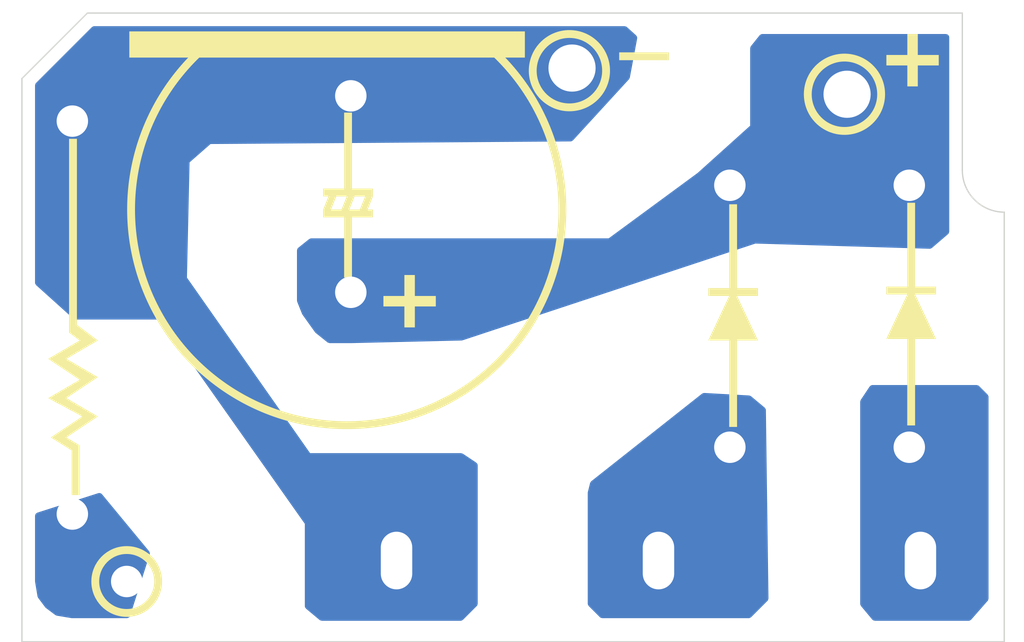
<source format=kicad_pcb>
(kicad_pcb (version 20241229) (generator "pcbnew") (generator_version "9.0")
  (layers (0 "F.Cu" signal) (2 "B.Cu" signal) (13 "F.Paste" user) (15 "B.Paste" user) (5 "F.SilkS" user "F.Silkscreen") (7 "B.SilkS" user "B.Silkscreen") (1 "F.Mask" user) (3 "B.Mask" user) (25 "Edge.Cuts" user))
  (net 0 "")
  (net 1 "Net-(D1-A)")
  (net 2 "Net-(D1-K)")
  (net 3 "Net-(D2-A)")
  (net 4 "Net-(J1-In)")
  (net 5 "Net-(R1-Pad1)")
  (footprint "Nintendo:resistor" (layer "F.Cu") (at 111.925 99.125 90)
    (property "Reference" "R1" (hide yes))
    (property "Value" "R" (hide yes))
    (pad "1" thru_hole circle (at 0 0 90) (size 2.8 2.8) (drill 1.2) (layers "*.Cu" "B.Mask") (remove_unused_layers yes) (net 5 "Net-(R1-Pad1)"))
    (pad "2" thru_hole circle (at 15 0 90) (size 2.8 2.8) (drill 1.2) (layers "*.Cu" "B.Mask") (remove_unused_layers yes) (net 4 "Net-(J1-In)"))
  )
  (footprint "Nintendo:connector" (layer "F.Cu") (at 131 82.1)
    (property "Reference" "J1" (hide yes))
    (property "Value" "5.5 OD x 2.1 ID" (hide yes))
    (pad "1" thru_hole circle (at 0 0) (size 2.8 2.8) (drill 1.8) (layers "*.Cu" "B.Mask") (remove_unused_layers yes) (net 4 "Net-(J1-In)"))
    (pad "2" thru_hole circle (at 10.5 1) (size 2.8 2.8) (drill 1.8) (layers "*.Cu" "B.Mask") (remove_unused_layers yes) (net 2 "Net-(D1-K)"))
  )
  (footprint "Nintendo:diode" (layer "F.Cu") (at 143.875 86.575 -90)
    (property "Reference" "D1" (hide yes))
    (property "Value" "1N4002" (hide yes))
    (pad "1" thru_hole circle (at 0 0 270) (size 2.8 2.8) (drill 1.2) (layers "*.Cu" "B.Mask") (remove_unused_layers yes) (net 2 "Net-(D1-K)"))
    (pad "2" thru_hole circle (at 10 0 270) (size 2.8 2.8) (drill 1.2) (layers "*.Cu" "B.Mask") (remove_unused_layers yes) (net 1 "Net-(D1-A)"))
  )
  (footprint "Nintendo:testpoint" (layer "F.Cu") (at 114 101.7)
    (property "Reference" "TP1" (hide yes))
    (property "Value" "TestPoint" (hide yes))
    (pad "1" thru_hole circle (at 0 0) (size 2.8 2.8) (drill 1.2) (layers "*.Cu" "B.Mask") (remove_unused_layers yes) (net 5 "Net-(R1-Pad1)"))
  )
  (footprint "Nintendo:diode" (layer "F.Cu") (at 137.025 86.575 -90)
    (property "Reference" "D2" (hide yes))
    (property "Value" "1N4002" (hide yes))
    (pad "1" thru_hole circle (at 0 0 270) (size 2.8 2.8) (drill 1.2) (layers "*.Cu" "B.Mask") (remove_unused_layers yes) (net 2 "Net-(D1-K)"))
    (pad "2" thru_hole circle (at 10 0 270) (size 2.8 2.8) (drill 1.2) (layers "*.Cu" "B.Mask") (remove_unused_layers yes) (net 3 "Net-(D2-A)"))
  )
  (footprint "Nintendo:capacitor" (layer "F.Cu") (at 122.555 90.660354 90)
    (property "Reference" "C1" (hide yes))
    (property "Value" "2200uF 16V" (hide yes))
    (pad "1" thru_hole circle (at 0 0 90) (size 2.8 2.8) (drill 1.2) (layers "*.Cu" "B.Mask") (remove_unused_layers yes) (net 2 "Net-(D1-K)"))
    (pad "2" thru_hole circle (at 7.5 0 90) (size 2.8 2.8) (drill 1.2) (layers "*.Cu" "B.Mask") (remove_unused_layers yes) (net 4 "Net-(J1-In)"))
  )
  (footprint "Nintendo:transformer" (layer "F.Cu") (at 144.3 100.9 180)
    (property "Reference" "T1" (hide yes))
    (property "Value" "~" (hide yes))
    (pad "1" thru_hole oval (at 0 0 180) (size 2.2 3.2) (drill oval 1.2 2.2) (layers "*.Cu" "B.Mask") (remove_unused_layers yes) (net 1 "Net-(D1-A)"))
    (pad "2" thru_hole oval (at 10 0 180) (size 2.2 3.2) (drill oval 1.2 2.2) (layers "*.Cu" "B.Mask") (remove_unused_layers yes) (net 3 "Net-(D2-A)"))
    (pad "3" thru_hole oval (at 20 0 180) (size 2.2 3.2) (drill oval 1.2 2.2) (layers "*.Cu" "B.Mask") (remove_unused_layers yes) (net 4 "Net-(J1-In)"))
  )
  (gr_poly (pts (xy 111.9 98.4) (xy 111.9 96.7) (xy 111.1 96.2) (xy 112.3 95.4) (xy 111 94.7) (xy 112.2 94) (xy 111 93.2) (xy 112.2 92.5) (xy 111.8 92.2) (xy 111.8 84.8) (xy 112.1 84.8) (xy 112.1 91.9) (xy 112.9 92.5) (xy 111.7 93.2) (xy 112.9 93.9) (xy 111.7 94.7) (xy 112.9 95.4) (xy 111.7 96.2) (xy 112.2 96.5) (xy 112.2 98.4)) (fill yes) (layer "F.SilkS"))
  (gr_rect (start 114.1 80.7) (end 129.2 81.7) (fill yes) (layer "F.SilkS"))
  (gr_arc (start 127.591581 81.110361) (mid 122.470338 95.73256) (end 117.1 81.2) (stroke (width 0.3)) (layer "F.SilkS"))
  (gr_poly (pts (xy 144.096601 95.742776) (xy 143.796601 95.742776) (xy 143.796601 92.442776) (xy 142.996601 92.442776) (xy 143.796601 90.742776) (xy 142.996601 90.742776) (xy 142.996601 90.442776) (xy 143.796601 90.442776) (xy 143.796601 87.242776) (xy 144.096601 87.242776) (xy 144.096601 90.442776) (xy 144.896601 90.442776) (xy 144.896601 90.742776) (xy 144.096601 90.742776) (xy 144.896601 92.442776) (xy 144.096601 92.442776)) (fill yes) (layer "F.SilkS"))
  (gr_poly (pts (xy 121.5 87.5) (xy 121.7 87) (xy 122 87) (xy 121.8 87.5)) (fill yes) (layer "F.SilkS"))
  (gr_circle (center 141.4 83.1) (end 141.4 81.7) (stroke (width 0.3)) (fill no) (layer "F.SilkS"))
  (gr_poly (pts (xy 143 81.6) (xy 143 82) (xy 143.8 82) (xy 143.8 82.8) (xy 144.2 82.8) (xy 144.2 82) (xy 145 82) (xy 145 81.6) (xy 144.2 81.6) (xy 144.2 80.8) (xy 143.8 80.8) (xy 143.8 81.6)) (fill yes) (layer "F.SilkS"))
  (gr_poly (pts (xy 137.3 95.8) (xy 137 95.8) (xy 137 92.5) (xy 136.2 92.5) (xy 137 90.8) (xy 136.2 90.8) (xy 136.2 90.5) (xy 137 90.5) (xy 137 87.3) (xy 137.3 87.3) (xy 137.3 90.5) (xy 138.1 90.5) (xy 138.1 90.8) (xy 137.3 90.8) (xy 138.1 92.5) (xy 137.3 92.5)) (fill yes) (layer "F.SilkS"))
  (gr_poly (pts (xy 123.8 90.8) (xy 123.8 91.2) (xy 124.6 91.2) (xy 124.6 92) (xy 125 92) (xy 125 91.2) (xy 125.8 91.2) (xy 125.8 90.8) (xy 125 90.8) (xy 125 90) (xy 124.6 90) (xy 124.6 90.8)) (fill yes) (layer "F.SilkS"))
  (gr_rect (start 132.8 81.5) (end 134.7 81.8) (fill yes) (layer "F.SilkS"))
  (gr_poly (pts (xy 122.9 87.5) (xy 123.1 87) (xy 123.4 87) (xy 123.2 87.5)) (fill yes) (layer "F.SilkS"))
  (gr_poly (pts (xy 122.6 83.8) (xy 122.3 83.8) (xy 122.3 86.7) (xy 121.5 86.7) (xy 121.5 87) (xy 123.4 87) (xy 123.4 86.7) (xy 122.6 86.7)) (fill yes) (layer "F.SilkS"))
  (gr_circle (center 114 101.7) (end 114 100.5) (stroke (width 0.3)) (fill no) (layer "F.SilkS"))
  (gr_circle (center 130.9 82.2) (end 130.9 80.8) (stroke (width 0.3)) (fill no) (layer "F.SilkS"))
  (gr_poly (pts (xy 122.3 90.1) (xy 122.6 90.1) (xy 122.6 87.8) (xy 123.4 87.8) (xy 123.4 87.5) (xy 121.5 87.5) (xy 121.5 87.8) (xy 122.3 87.8)) (fill yes) (layer "F.SilkS"))
  (gr_poly (pts (xy 122.2 87.5) (xy 122.4 87) (xy 122.7 87) (xy 122.5 87.5)) (fill yes) (layer "F.SilkS"))
  (gr_line (start 145.9 80) (end 145.9 86) (stroke (width 0.05)) (layer "Edge.Cuts"))
  (gr_line (start 147.5 87.6) (end 147.5 104) (stroke (width 0.05)) (layer "Edge.Cuts"))
  (gr_line (start 112.5 80) (end 145.9 80) (stroke (width 0.05)) (layer "Edge.Cuts"))
  (gr_line (start 147.5 104) (end 110 104) (stroke (width 0.05)) (layer "Edge.Cuts"))
  (gr_line (start 110 104) (end 110 82.5) (stroke (width 0.05)) (layer "Edge.Cuts"))
  (gr_arc (start 147.5 87.6) (mid 146.368629 87.131371) (end 145.9 86) (stroke (width 0.05)) (layer "Edge.Cuts"))
  (gr_line (start 110 82.5) (end 112.5 80) (stroke (width 0.05)) (layer "Edge.Cuts"))
  (zone (net 1) (net_name "Net-(D1-A)") (layer "B.Cu") (priority 3) (connect_pads yes (clearance 0.5)) (min_thickness 0.25) (fill yes (thermal_gap 0.5) (thermal_bridge_width 0.5))
    (polygon (pts (xy 142.4 94.2) (xy 142 94.8) (xy 142 102.6) (xy 142.5 103.2) (xy 146.2 103.2) (xy 146.9 102.4) (xy 146.9 94.6) (xy 146.5 94.2)))
  )
  (zone (net 2) (net_name "Net-(D1-K)") (layer "B.Cu") (priority 4) (connect_pads yes (clearance 0.5)) (min_thickness 0.25) (fill yes (thermal_gap 0.5) (thermal_bridge_width 0.5))
    (polygon (pts (xy 144.7 89) (xy 145.4 88.4) (xy 145.4 80.8) (xy 138.2 80.8) (xy 137.8 81.3) (xy 137.8 84.3) (xy 135.8 86.1) (xy 132.4 88.6) (xy 121 88.6) (xy 120.5 89) (xy 120.5 91) (xy 120.7 91.5) (xy 121.2 92.2) (xy 121.7 92.6) (xy 122.6 92.6) (xy 126.8 92.5) (xy 138 88.8)))
  )
  (zone (net 5) (net_name "Net-(R1-Pad1)") (layer "B.Cu") (priority 1) (connect_pads yes (clearance 0.5)) (min_thickness 0.25) (fill yes (thermal_gap 0.5) (thermal_bridge_width 0.5))
    (polygon (pts (xy 110.5 99.1) (xy 110.5 101.7) (xy 110.6 102.3) (xy 110.9 102.7) (xy 111.3 103) (xy 111.9 103.1) (xy 114.1 103.1) (xy 114.9 100.6) (xy 113 98.3)))
  )
  (zone (net 4) (net_name "Net-(J1-In)") (layer "B.Cu") (connect_pads yes (clearance 0.5)) (min_thickness 0.25) (fill yes (thermal_gap 0.5) (thermal_bridge_width 0.5))
    (polygon (pts (xy 112.5 80) (xy 110 82.5) (xy 110 89.9) (xy 112 91.7) (xy 115.3 91.7) (xy 120.8 99.5) (xy 120.8 102.7) (xy 121.4 103.2) (xy 126.8 103.2) (xy 127.4 102.6) (xy 127.4 97.2) (xy 126.8 96.8) (xy 121 96.8) (xy 116.3 90.1) (xy 116.4 85.7) (xy 117.2 85) (xy 131 84.9) (xy 133.2 82.5) (xy 133.5 80.9) (xy 132.5 80)))
  )
  (zone (net 3) (net_name "Net-(D2-A)") (layer "B.Cu") (priority 2) (connect_pads yes (clearance 0.5)) (min_thickness 0.25) (fill yes (thermal_gap 0.5) (thermal_bridge_width 0.5))
    (polygon (pts (xy 131.6 98.3) (xy 131.6 102.6) (xy 132.1 103.1) (xy 137.8 103.1) (xy 138.5 102.4) (xy 138.4 95.1) (xy 137.8 94.6) (xy 136 94.5) (xy 131.7 97.9)))
  )
)
</source>
